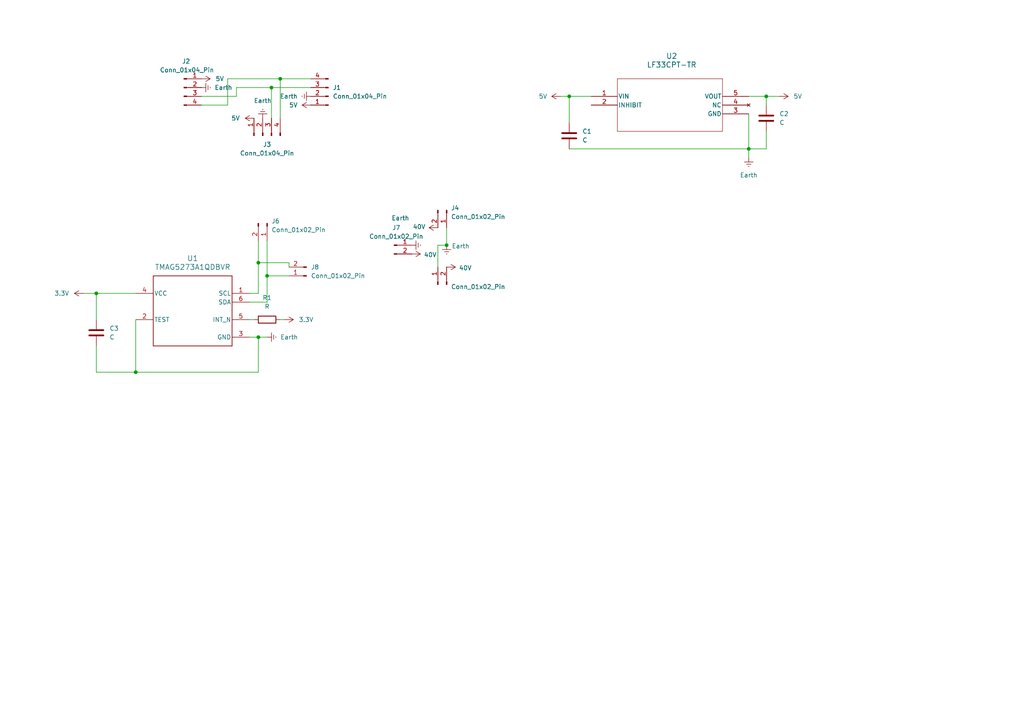
<source format=kicad_sch>
(kicad_sch
	(version 20231120)
	(generator "eeschema")
	(generator_version "8.0")
	(uuid "9cc32ca5-6e05-497e-83d8-178226cbd584")
	(paper "A4")
	(lib_symbols
		(symbol "Connector:Conn_01x02_Pin"
			(pin_names
				(offset 1.016) hide)
			(exclude_from_sim no)
			(in_bom yes)
			(on_board yes)
			(property "Reference" "J"
				(at 0 2.54 0)
				(effects
					(font
						(size 1.27 1.27)
					)
				)
			)
			(property "Value" "Conn_01x02_Pin"
				(at 0 -5.08 0)
				(effects
					(font
						(size 1.27 1.27)
					)
				)
			)
			(property "Footprint" ""
				(at 0 0 0)
				(effects
					(font
						(size 1.27 1.27)
					)
					(hide yes)
				)
			)
			(property "Datasheet" "~"
				(at 0 0 0)
				(effects
					(font
						(size 1.27 1.27)
					)
					(hide yes)
				)
			)
			(property "Description" "Generic connector, single row, 01x02, script generated"
				(at 0 0 0)
				(effects
					(font
						(size 1.27 1.27)
					)
					(hide yes)
				)
			)
			(property "ki_locked" ""
				(at 0 0 0)
				(effects
					(font
						(size 1.27 1.27)
					)
				)
			)
			(property "ki_keywords" "connector"
				(at 0 0 0)
				(effects
					(font
						(size 1.27 1.27)
					)
					(hide yes)
				)
			)
			(property "ki_fp_filters" "Connector*:*_1x??_*"
				(at 0 0 0)
				(effects
					(font
						(size 1.27 1.27)
					)
					(hide yes)
				)
			)
			(symbol "Conn_01x02_Pin_1_1"
				(polyline
					(pts
						(xy 1.27 -2.54) (xy 0.8636 -2.54)
					)
					(stroke
						(width 0.1524)
						(type default)
					)
					(fill
						(type none)
					)
				)
				(polyline
					(pts
						(xy 1.27 0) (xy 0.8636 0)
					)
					(stroke
						(width 0.1524)
						(type default)
					)
					(fill
						(type none)
					)
				)
				(rectangle
					(start 0.8636 -2.413)
					(end 0 -2.667)
					(stroke
						(width 0.1524)
						(type default)
					)
					(fill
						(type outline)
					)
				)
				(rectangle
					(start 0.8636 0.127)
					(end 0 -0.127)
					(stroke
						(width 0.1524)
						(type default)
					)
					(fill
						(type outline)
					)
				)
				(pin passive line
					(at 5.08 0 180)
					(length 3.81)
					(name "Pin_1"
						(effects
							(font
								(size 1.27 1.27)
							)
						)
					)
					(number "1"
						(effects
							(font
								(size 1.27 1.27)
							)
						)
					)
				)
				(pin passive line
					(at 5.08 -2.54 180)
					(length 3.81)
					(name "Pin_2"
						(effects
							(font
								(size 1.27 1.27)
							)
						)
					)
					(number "2"
						(effects
							(font
								(size 1.27 1.27)
							)
						)
					)
				)
			)
		)
		(symbol "Connector:Conn_01x04_Pin"
			(pin_names
				(offset 1.016) hide)
			(exclude_from_sim no)
			(in_bom yes)
			(on_board yes)
			(property "Reference" "J"
				(at 0 5.08 0)
				(effects
					(font
						(size 1.27 1.27)
					)
				)
			)
			(property "Value" "Conn_01x04_Pin"
				(at 0 -7.62 0)
				(effects
					(font
						(size 1.27 1.27)
					)
				)
			)
			(property "Footprint" ""
				(at 0 0 0)
				(effects
					(font
						(size 1.27 1.27)
					)
					(hide yes)
				)
			)
			(property "Datasheet" "~"
				(at 0 0 0)
				(effects
					(font
						(size 1.27 1.27)
					)
					(hide yes)
				)
			)
			(property "Description" "Generic connector, single row, 01x04, script generated"
				(at 0 0 0)
				(effects
					(font
						(size 1.27 1.27)
					)
					(hide yes)
				)
			)
			(property "ki_locked" ""
				(at 0 0 0)
				(effects
					(font
						(size 1.27 1.27)
					)
				)
			)
			(property "ki_keywords" "connector"
				(at 0 0 0)
				(effects
					(font
						(size 1.27 1.27)
					)
					(hide yes)
				)
			)
			(property "ki_fp_filters" "Connector*:*_1x??_*"
				(at 0 0 0)
				(effects
					(font
						(size 1.27 1.27)
					)
					(hide yes)
				)
			)
			(symbol "Conn_01x04_Pin_1_1"
				(polyline
					(pts
						(xy 1.27 -5.08) (xy 0.8636 -5.08)
					)
					(stroke
						(width 0.1524)
						(type default)
					)
					(fill
						(type none)
					)
				)
				(polyline
					(pts
						(xy 1.27 -2.54) (xy 0.8636 -2.54)
					)
					(stroke
						(width 0.1524)
						(type default)
					)
					(fill
						(type none)
					)
				)
				(polyline
					(pts
						(xy 1.27 0) (xy 0.8636 0)
					)
					(stroke
						(width 0.1524)
						(type default)
					)
					(fill
						(type none)
					)
				)
				(polyline
					(pts
						(xy 1.27 2.54) (xy 0.8636 2.54)
					)
					(stroke
						(width 0.1524)
						(type default)
					)
					(fill
						(type none)
					)
				)
				(rectangle
					(start 0.8636 -4.953)
					(end 0 -5.207)
					(stroke
						(width 0.1524)
						(type default)
					)
					(fill
						(type outline)
					)
				)
				(rectangle
					(start 0.8636 -2.413)
					(end 0 -2.667)
					(stroke
						(width 0.1524)
						(type default)
					)
					(fill
						(type outline)
					)
				)
				(rectangle
					(start 0.8636 0.127)
					(end 0 -0.127)
					(stroke
						(width 0.1524)
						(type default)
					)
					(fill
						(type outline)
					)
				)
				(rectangle
					(start 0.8636 2.667)
					(end 0 2.413)
					(stroke
						(width 0.1524)
						(type default)
					)
					(fill
						(type outline)
					)
				)
				(pin passive line
					(at 5.08 2.54 180)
					(length 3.81)
					(name "Pin_1"
						(effects
							(font
								(size 1.27 1.27)
							)
						)
					)
					(number "1"
						(effects
							(font
								(size 1.27 1.27)
							)
						)
					)
				)
				(pin passive line
					(at 5.08 0 180)
					(length 3.81)
					(name "Pin_2"
						(effects
							(font
								(size 1.27 1.27)
							)
						)
					)
					(number "2"
						(effects
							(font
								(size 1.27 1.27)
							)
						)
					)
				)
				(pin passive line
					(at 5.08 -2.54 180)
					(length 3.81)
					(name "Pin_3"
						(effects
							(font
								(size 1.27 1.27)
							)
						)
					)
					(number "3"
						(effects
							(font
								(size 1.27 1.27)
							)
						)
					)
				)
				(pin passive line
					(at 5.08 -5.08 180)
					(length 3.81)
					(name "Pin_4"
						(effects
							(font
								(size 1.27 1.27)
							)
						)
					)
					(number "4"
						(effects
							(font
								(size 1.27 1.27)
							)
						)
					)
				)
			)
		)
		(symbol "Device:C"
			(pin_numbers hide)
			(pin_names
				(offset 0.254)
			)
			(exclude_from_sim no)
			(in_bom yes)
			(on_board yes)
			(property "Reference" "C"
				(at 0.635 2.54 0)
				(effects
					(font
						(size 1.27 1.27)
					)
					(justify left)
				)
			)
			(property "Value" "C"
				(at 0.635 -2.54 0)
				(effects
					(font
						(size 1.27 1.27)
					)
					(justify left)
				)
			)
			(property "Footprint" ""
				(at 0.9652 -3.81 0)
				(effects
					(font
						(size 1.27 1.27)
					)
					(hide yes)
				)
			)
			(property "Datasheet" "~"
				(at 0 0 0)
				(effects
					(font
						(size 1.27 1.27)
					)
					(hide yes)
				)
			)
			(property "Description" "Unpolarized capacitor"
				(at 0 0 0)
				(effects
					(font
						(size 1.27 1.27)
					)
					(hide yes)
				)
			)
			(property "ki_keywords" "cap capacitor"
				(at 0 0 0)
				(effects
					(font
						(size 1.27 1.27)
					)
					(hide yes)
				)
			)
			(property "ki_fp_filters" "C_*"
				(at 0 0 0)
				(effects
					(font
						(size 1.27 1.27)
					)
					(hide yes)
				)
			)
			(symbol "C_0_1"
				(polyline
					(pts
						(xy -2.032 -0.762) (xy 2.032 -0.762)
					)
					(stroke
						(width 0.508)
						(type default)
					)
					(fill
						(type none)
					)
				)
				(polyline
					(pts
						(xy -2.032 0.762) (xy 2.032 0.762)
					)
					(stroke
						(width 0.508)
						(type default)
					)
					(fill
						(type none)
					)
				)
			)
			(symbol "C_1_1"
				(pin passive line
					(at 0 3.81 270)
					(length 2.794)
					(name "~"
						(effects
							(font
								(size 1.27 1.27)
							)
						)
					)
					(number "1"
						(effects
							(font
								(size 1.27 1.27)
							)
						)
					)
				)
				(pin passive line
					(at 0 -3.81 90)
					(length 2.794)
					(name "~"
						(effects
							(font
								(size 1.27 1.27)
							)
						)
					)
					(number "2"
						(effects
							(font
								(size 1.27 1.27)
							)
						)
					)
				)
			)
		)
		(symbol "Device:R"
			(pin_numbers hide)
			(pin_names
				(offset 0)
			)
			(exclude_from_sim no)
			(in_bom yes)
			(on_board yes)
			(property "Reference" "R"
				(at 2.032 0 90)
				(effects
					(font
						(size 1.27 1.27)
					)
				)
			)
			(property "Value" "R"
				(at 0 0 90)
				(effects
					(font
						(size 1.27 1.27)
					)
				)
			)
			(property "Footprint" ""
				(at -1.778 0 90)
				(effects
					(font
						(size 1.27 1.27)
					)
					(hide yes)
				)
			)
			(property "Datasheet" "~"
				(at 0 0 0)
				(effects
					(font
						(size 1.27 1.27)
					)
					(hide yes)
				)
			)
			(property "Description" "Resistor"
				(at 0 0 0)
				(effects
					(font
						(size 1.27 1.27)
					)
					(hide yes)
				)
			)
			(property "ki_keywords" "R res resistor"
				(at 0 0 0)
				(effects
					(font
						(size 1.27 1.27)
					)
					(hide yes)
				)
			)
			(property "ki_fp_filters" "R_*"
				(at 0 0 0)
				(effects
					(font
						(size 1.27 1.27)
					)
					(hide yes)
				)
			)
			(symbol "R_0_1"
				(rectangle
					(start -1.016 -2.54)
					(end 1.016 2.54)
					(stroke
						(width 0.254)
						(type default)
					)
					(fill
						(type none)
					)
				)
			)
			(symbol "R_1_1"
				(pin passive line
					(at 0 3.81 270)
					(length 1.27)
					(name "~"
						(effects
							(font
								(size 1.27 1.27)
							)
						)
					)
					(number "1"
						(effects
							(font
								(size 1.27 1.27)
							)
						)
					)
				)
				(pin passive line
					(at 0 -3.81 90)
					(length 1.27)
					(name "~"
						(effects
							(font
								(size 1.27 1.27)
							)
						)
					)
					(number "2"
						(effects
							(font
								(size 1.27 1.27)
							)
						)
					)
				)
			)
		)
		(symbol "LF33CPT-TR:LF33CPT-TR"
			(pin_names
				(offset 0.254)
			)
			(exclude_from_sim no)
			(in_bom yes)
			(on_board yes)
			(property "Reference" "U"
				(at 22.86 10.16 0)
				(effects
					(font
						(size 1.524 1.524)
					)
				)
			)
			(property "Value" "LF33CPT-TR"
				(at 22.86 7.62 0)
				(effects
					(font
						(size 1.524 1.524)
					)
				)
			)
			(property "Footprint" "PPAK_CPT-TR_STM"
				(at 0 0 0)
				(effects
					(font
						(size 1.27 1.27)
						(italic yes)
					)
					(hide yes)
				)
			)
			(property "Datasheet" "LF33CPT-TR"
				(at 0 0 0)
				(effects
					(font
						(size 1.27 1.27)
						(italic yes)
					)
					(hide yes)
				)
			)
			(property "Description" ""
				(at 0 0 0)
				(effects
					(font
						(size 1.27 1.27)
					)
					(hide yes)
				)
			)
			(property "ki_locked" ""
				(at 0 0 0)
				(effects
					(font
						(size 1.27 1.27)
					)
				)
			)
			(property "ki_keywords" "LF33CPT-TR"
				(at 0 0 0)
				(effects
					(font
						(size 1.27 1.27)
					)
					(hide yes)
				)
			)
			(property "ki_fp_filters" "PPAK_CPT-TR_STM PPAK_CPT-TR_STM-M PPAK_CPT-TR_STM-L"
				(at 0 0 0)
				(effects
					(font
						(size 1.27 1.27)
					)
					(hide yes)
				)
			)
			(symbol "LF33CPT-TR_0_1"
				(polyline
					(pts
						(xy 7.62 -10.16) (xy 38.1 -10.16)
					)
					(stroke
						(width 0.127)
						(type default)
					)
					(fill
						(type none)
					)
				)
				(polyline
					(pts
						(xy 7.62 5.08) (xy 7.62 -10.16)
					)
					(stroke
						(width 0.127)
						(type default)
					)
					(fill
						(type none)
					)
				)
				(polyline
					(pts
						(xy 38.1 -10.16) (xy 38.1 5.08)
					)
					(stroke
						(width 0.127)
						(type default)
					)
					(fill
						(type none)
					)
				)
				(polyline
					(pts
						(xy 38.1 5.08) (xy 7.62 5.08)
					)
					(stroke
						(width 0.127)
						(type default)
					)
					(fill
						(type none)
					)
				)
				(pin unspecified line
					(at 0 0 0)
					(length 7.62)
					(name "VIN"
						(effects
							(font
								(size 1.27 1.27)
							)
						)
					)
					(number "1"
						(effects
							(font
								(size 1.27 1.27)
							)
						)
					)
				)
				(pin input line
					(at 0 -2.54 0)
					(length 7.62)
					(name "INHIBIT"
						(effects
							(font
								(size 1.27 1.27)
							)
						)
					)
					(number "2"
						(effects
							(font
								(size 1.27 1.27)
							)
						)
					)
				)
				(pin power_out line
					(at 45.72 -5.08 180)
					(length 7.62)
					(name "GND"
						(effects
							(font
								(size 1.27 1.27)
							)
						)
					)
					(number "3"
						(effects
							(font
								(size 1.27 1.27)
							)
						)
					)
				)
				(pin no_connect line
					(at 45.72 -2.54 180)
					(length 7.62)
					(name "NC"
						(effects
							(font
								(size 1.27 1.27)
							)
						)
					)
					(number "4"
						(effects
							(font
								(size 1.27 1.27)
							)
						)
					)
				)
				(pin output line
					(at 45.72 0 180)
					(length 7.62)
					(name "VOUT"
						(effects
							(font
								(size 1.27 1.27)
							)
						)
					)
					(number "5"
						(effects
							(font
								(size 1.27 1.27)
							)
						)
					)
				)
			)
		)
		(symbol "TMAG:TMAG5273A1QDBVR"
			(pin_names
				(offset 0.254)
			)
			(exclude_from_sim no)
			(in_bom yes)
			(on_board yes)
			(property "Reference" "U"
				(at 0 2.54 0)
				(effects
					(font
						(size 1.524 1.524)
					)
				)
			)
			(property "Value" "TMAG5273A1QDBVR"
				(at 0 0 0)
				(effects
					(font
						(size 1.524 1.524)
					)
				)
			)
			(property "Footprint" "DBV0006A-IPC_A"
				(at 0 0 0)
				(effects
					(font
						(size 1.27 1.27)
						(italic yes)
					)
					(hide yes)
				)
			)
			(property "Datasheet" "TMAG5273A1QDBVR"
				(at 0 0 0)
				(effects
					(font
						(size 1.27 1.27)
						(italic yes)
					)
					(hide yes)
				)
			)
			(property "Description" ""
				(at 0 0 0)
				(effects
					(font
						(size 1.27 1.27)
					)
					(hide yes)
				)
			)
			(property "ki_locked" ""
				(at 0 0 0)
				(effects
					(font
						(size 1.27 1.27)
					)
				)
			)
			(property "ki_keywords" "TMAG5273A1QDBVR"
				(at 0 0 0)
				(effects
					(font
						(size 1.27 1.27)
					)
					(hide yes)
				)
			)
			(property "ki_fp_filters" "DBV0006A-IPC_A DBV0006A-IPC_B DBV0006A-IPC_C DBV0006A-MFG"
				(at 0 0 0)
				(effects
					(font
						(size 1.27 1.27)
					)
					(hide yes)
				)
			)
			(symbol "TMAG5273A1QDBVR_0_1"
				(polyline
					(pts
						(xy 5.08 -15.24) (xy 27.94 -15.24)
					)
					(stroke
						(width 0.2032)
						(type default)
					)
					(fill
						(type none)
					)
				)
				(polyline
					(pts
						(xy 5.08 5.08) (xy 5.08 -15.24)
					)
					(stroke
						(width 0.2032)
						(type default)
					)
					(fill
						(type none)
					)
				)
				(polyline
					(pts
						(xy 27.94 -15.24) (xy 27.94 5.08)
					)
					(stroke
						(width 0.2032)
						(type default)
					)
					(fill
						(type none)
					)
				)
				(polyline
					(pts
						(xy 27.94 5.08) (xy 5.08 5.08)
					)
					(stroke
						(width 0.2032)
						(type default)
					)
					(fill
						(type none)
					)
				)
				(pin input line
					(at 33.02 0 180)
					(length 5.08)
					(name "SCL"
						(effects
							(font
								(size 1.27 1.27)
							)
						)
					)
					(number "1"
						(effects
							(font
								(size 1.27 1.27)
							)
						)
					)
				)
				(pin input line
					(at 0 -7.62 0)
					(length 5.08)
					(name "TEST"
						(effects
							(font
								(size 1.27 1.27)
							)
						)
					)
					(number "2"
						(effects
							(font
								(size 1.27 1.27)
							)
						)
					)
				)
				(pin power_in line
					(at 33.02 -12.7 180)
					(length 5.08)
					(name "GND"
						(effects
							(font
								(size 1.27 1.27)
							)
						)
					)
					(number "3"
						(effects
							(font
								(size 1.27 1.27)
							)
						)
					)
				)
				(pin power_in line
					(at 0 0 0)
					(length 5.08)
					(name "VCC"
						(effects
							(font
								(size 1.27 1.27)
							)
						)
					)
					(number "4"
						(effects
							(font
								(size 1.27 1.27)
							)
						)
					)
				)
				(pin output line
					(at 33.02 -7.62 180)
					(length 5.08)
					(name "INT_N"
						(effects
							(font
								(size 1.27 1.27)
							)
						)
					)
					(number "5"
						(effects
							(font
								(size 1.27 1.27)
							)
						)
					)
				)
				(pin bidirectional line
					(at 33.02 -2.54 180)
					(length 5.08)
					(name "SDA"
						(effects
							(font
								(size 1.27 1.27)
							)
						)
					)
					(number "6"
						(effects
							(font
								(size 1.27 1.27)
							)
						)
					)
				)
			)
		)
		(symbol "power:Earth"
			(power)
			(pin_numbers hide)
			(pin_names
				(offset 0) hide)
			(exclude_from_sim no)
			(in_bom yes)
			(on_board yes)
			(property "Reference" "#PWR"
				(at 0 -6.35 0)
				(effects
					(font
						(size 1.27 1.27)
					)
					(hide yes)
				)
			)
			(property "Value" "Earth"
				(at 0 -3.81 0)
				(effects
					(font
						(size 1.27 1.27)
					)
				)
			)
			(property "Footprint" ""
				(at 0 0 0)
				(effects
					(font
						(size 1.27 1.27)
					)
					(hide yes)
				)
			)
			(property "Datasheet" "~"
				(at 0 0 0)
				(effects
					(font
						(size 1.27 1.27)
					)
					(hide yes)
				)
			)
			(property "Description" "Power symbol creates a global label with name \"Earth\""
				(at 0 0 0)
				(effects
					(font
						(size 1.27 1.27)
					)
					(hide yes)
				)
			)
			(property "ki_keywords" "global ground gnd"
				(at 0 0 0)
				(effects
					(font
						(size 1.27 1.27)
					)
					(hide yes)
				)
			)
			(symbol "Earth_0_1"
				(polyline
					(pts
						(xy -0.635 -1.905) (xy 0.635 -1.905)
					)
					(stroke
						(width 0)
						(type default)
					)
					(fill
						(type none)
					)
				)
				(polyline
					(pts
						(xy -0.127 -2.54) (xy 0.127 -2.54)
					)
					(stroke
						(width 0)
						(type default)
					)
					(fill
						(type none)
					)
				)
				(polyline
					(pts
						(xy 0 -1.27) (xy 0 0)
					)
					(stroke
						(width 0)
						(type default)
					)
					(fill
						(type none)
					)
				)
				(polyline
					(pts
						(xy 1.27 -1.27) (xy -1.27 -1.27)
					)
					(stroke
						(width 0)
						(type default)
					)
					(fill
						(type none)
					)
				)
			)
			(symbol "Earth_1_1"
				(pin power_in line
					(at 0 0 270)
					(length 0)
					(name "~"
						(effects
							(font
								(size 1.27 1.27)
							)
						)
					)
					(number "1"
						(effects
							(font
								(size 1.27 1.27)
							)
						)
					)
				)
			)
		)
		(symbol "power:VCC"
			(power)
			(pin_numbers hide)
			(pin_names
				(offset 0) hide)
			(exclude_from_sim no)
			(in_bom yes)
			(on_board yes)
			(property "Reference" "#PWR"
				(at 0 -3.81 0)
				(effects
					(font
						(size 1.27 1.27)
					)
					(hide yes)
				)
			)
			(property "Value" "VCC"
				(at 0 3.556 0)
				(effects
					(font
						(size 1.27 1.27)
					)
				)
			)
			(property "Footprint" ""
				(at 0 0 0)
				(effects
					(font
						(size 1.27 1.27)
					)
					(hide yes)
				)
			)
			(property "Datasheet" ""
				(at 0 0 0)
				(effects
					(font
						(size 1.27 1.27)
					)
					(hide yes)
				)
			)
			(property "Description" "Power symbol creates a global label with name \"VCC\""
				(at 0 0 0)
				(effects
					(font
						(size 1.27 1.27)
					)
					(hide yes)
				)
			)
			(property "ki_keywords" "global power"
				(at 0 0 0)
				(effects
					(font
						(size 1.27 1.27)
					)
					(hide yes)
				)
			)
			(symbol "VCC_0_1"
				(polyline
					(pts
						(xy -0.762 1.27) (xy 0 2.54)
					)
					(stroke
						(width 0)
						(type default)
					)
					(fill
						(type none)
					)
				)
				(polyline
					(pts
						(xy 0 0) (xy 0 2.54)
					)
					(stroke
						(width 0)
						(type default)
					)
					(fill
						(type none)
					)
				)
				(polyline
					(pts
						(xy 0 2.54) (xy 0.762 1.27)
					)
					(stroke
						(width 0)
						(type default)
					)
					(fill
						(type none)
					)
				)
			)
			(symbol "VCC_1_1"
				(pin power_in line
					(at 0 0 90)
					(length 0)
					(name "~"
						(effects
							(font
								(size 1.27 1.27)
							)
						)
					)
					(number "1"
						(effects
							(font
								(size 1.27 1.27)
							)
						)
					)
				)
			)
		)
	)
	(junction
		(at 77.47 80.01)
		(diameter 0)
		(color 0 0 0 0)
		(uuid "07b52dff-8047-4e77-a5c4-25ddf8351289")
	)
	(junction
		(at 217.17 43.18)
		(diameter 0)
		(color 0 0 0 0)
		(uuid "22e4c678-073f-4089-a1f4-15bdc750d920")
	)
	(junction
		(at 39.37 107.95)
		(diameter 0)
		(color 0 0 0 0)
		(uuid "6c197e79-3ade-49eb-b3d9-833171ed836d")
	)
	(junction
		(at 74.93 76.2)
		(diameter 0)
		(color 0 0 0 0)
		(uuid "702c582b-2706-4ccc-ab3b-69592964f1b6")
	)
	(junction
		(at 222.25 27.94)
		(diameter 0)
		(color 0 0 0 0)
		(uuid "71f00743-cfac-4948-afdf-11c5efe290b6")
	)
	(junction
		(at 129.54 71.12)
		(diameter 0)
		(color 0 0 0 0)
		(uuid "8a90427f-ad23-4d77-a899-003c9edc63f7")
	)
	(junction
		(at 78.74 25.4)
		(diameter 0)
		(color 0 0 0 0)
		(uuid "95af2198-4b8e-4143-af09-e2700dd6697e")
	)
	(junction
		(at 165.1 27.94)
		(diameter 0)
		(color 0 0 0 0)
		(uuid "99eb2c5c-876c-4d43-bcf2-ff050fee81e6")
	)
	(junction
		(at 74.93 97.79)
		(diameter 0)
		(color 0 0 0 0)
		(uuid "d4c9ffe5-6e22-46b9-a4bf-7c668164fe36")
	)
	(junction
		(at 27.94 85.09)
		(diameter 0)
		(color 0 0 0 0)
		(uuid "ef40bb0e-8499-4f36-9037-85f7c3d0b58e")
	)
	(junction
		(at 81.28 22.86)
		(diameter 0)
		(color 0 0 0 0)
		(uuid "f90667e1-95c8-40b4-972b-ce7a89df159c")
	)
	(wire
		(pts
			(xy 74.93 97.79) (xy 77.47 97.79)
		)
		(stroke
			(width 0)
			(type default)
		)
		(uuid "0ec83d56-e73d-4706-a6ee-119b6575fd1e")
	)
	(wire
		(pts
			(xy 222.25 38.1) (xy 222.25 43.18)
		)
		(stroke
			(width 0)
			(type default)
		)
		(uuid "11a5e4dc-8be0-434a-933a-d8c4536ebd0c")
	)
	(wire
		(pts
			(xy 27.94 100.33) (xy 27.94 107.95)
		)
		(stroke
			(width 0)
			(type default)
		)
		(uuid "1df23a81-647f-42b3-b192-2ad4766705ae")
	)
	(wire
		(pts
			(xy 222.25 43.18) (xy 217.17 43.18)
		)
		(stroke
			(width 0)
			(type default)
		)
		(uuid "1e89b72f-4067-41ae-9550-9b7fd1d3d4d2")
	)
	(wire
		(pts
			(xy 27.94 107.95) (xy 39.37 107.95)
		)
		(stroke
			(width 0)
			(type default)
		)
		(uuid "20a67a47-2dfe-4321-b768-a82a42e415f8")
	)
	(wire
		(pts
			(xy 162.56 27.94) (xy 165.1 27.94)
		)
		(stroke
			(width 0)
			(type default)
		)
		(uuid "26660b1b-ff4c-4362-8954-5c2eb3f81852")
	)
	(wire
		(pts
			(xy 74.93 69.85) (xy 74.93 76.2)
		)
		(stroke
			(width 0)
			(type default)
		)
		(uuid "29a5856c-e302-4e29-8652-7a48484e149c")
	)
	(wire
		(pts
			(xy 81.28 22.86) (xy 90.17 22.86)
		)
		(stroke
			(width 0)
			(type default)
		)
		(uuid "2b27d77d-ae00-47a9-b0a5-7c01a2b22dab")
	)
	(wire
		(pts
			(xy 66.04 22.86) (xy 81.28 22.86)
		)
		(stroke
			(width 0)
			(type default)
		)
		(uuid "348ec8d5-21a9-49f5-a604-62e626c10b7c")
	)
	(wire
		(pts
			(xy 74.93 76.2) (xy 83.82 76.2)
		)
		(stroke
			(width 0)
			(type default)
		)
		(uuid "3a8ed810-2fe5-477e-b94f-0fe11e567610")
	)
	(wire
		(pts
			(xy 217.17 43.18) (xy 217.17 45.72)
		)
		(stroke
			(width 0)
			(type default)
		)
		(uuid "402dfad3-bc9f-446b-a269-0de702c1a4ba")
	)
	(wire
		(pts
			(xy 217.17 27.94) (xy 222.25 27.94)
		)
		(stroke
			(width 0)
			(type default)
		)
		(uuid "4341bbca-1407-458d-8186-8a5ddd5a9e17")
	)
	(wire
		(pts
			(xy 72.39 85.09) (xy 74.93 85.09)
		)
		(stroke
			(width 0)
			(type default)
		)
		(uuid "439f03d3-1ea1-4692-953a-a9a57fa2c820")
	)
	(wire
		(pts
			(xy 81.28 92.71) (xy 82.55 92.71)
		)
		(stroke
			(width 0)
			(type default)
		)
		(uuid "441bba61-e9fc-46a7-9374-efd8d0ebafb1")
	)
	(wire
		(pts
			(xy 27.94 85.09) (xy 39.37 85.09)
		)
		(stroke
			(width 0)
			(type default)
		)
		(uuid "464e889a-93c8-4eb1-b22d-17083ec77db8")
	)
	(wire
		(pts
			(xy 165.1 43.18) (xy 217.17 43.18)
		)
		(stroke
			(width 0)
			(type default)
		)
		(uuid "4e78adf4-a625-4415-a663-ea5235d857b8")
	)
	(wire
		(pts
			(xy 72.39 87.63) (xy 77.47 87.63)
		)
		(stroke
			(width 0)
			(type default)
		)
		(uuid "501d082a-aabe-47a3-b434-256b92dec7c3")
	)
	(wire
		(pts
			(xy 81.28 22.86) (xy 81.28 34.29)
		)
		(stroke
			(width 0)
			(type default)
		)
		(uuid "5b1274a8-88f4-4af8-90f2-dfeb65271365")
	)
	(wire
		(pts
			(xy 68.58 27.94) (xy 68.58 25.4)
		)
		(stroke
			(width 0)
			(type default)
		)
		(uuid "66828aa3-1639-42ae-bf70-987d6aa30f38")
	)
	(wire
		(pts
			(xy 39.37 92.71) (xy 39.37 107.95)
		)
		(stroke
			(width 0)
			(type default)
		)
		(uuid "695bba29-13c7-430c-a378-e071b9b60e36")
	)
	(wire
		(pts
			(xy 74.93 76.2) (xy 74.93 85.09)
		)
		(stroke
			(width 0)
			(type default)
		)
		(uuid "6ebe954f-0ef9-4a31-b1dd-fbe966ea1d70")
	)
	(wire
		(pts
			(xy 27.94 85.09) (xy 27.94 92.71)
		)
		(stroke
			(width 0)
			(type default)
		)
		(uuid "7236d638-75aa-424a-aca8-95a8b1480090")
	)
	(wire
		(pts
			(xy 222.25 30.48) (xy 222.25 27.94)
		)
		(stroke
			(width 0)
			(type default)
		)
		(uuid "7a44dd5d-4601-40d5-9780-85436b1d8170")
	)
	(wire
		(pts
			(xy 77.47 69.85) (xy 77.47 80.01)
		)
		(stroke
			(width 0)
			(type default)
		)
		(uuid "7d915bbc-ae3c-4fbd-ab0e-4af1f51c5fec")
	)
	(wire
		(pts
			(xy 127 71.12) (xy 129.54 71.12)
		)
		(stroke
			(width 0)
			(type default)
		)
		(uuid "7e601178-2997-4b89-8282-320d8d4dfe03")
	)
	(wire
		(pts
			(xy 83.82 76.2) (xy 83.82 77.47)
		)
		(stroke
			(width 0)
			(type default)
		)
		(uuid "8869b275-9e03-4de3-92a2-aee72bc51754")
	)
	(wire
		(pts
			(xy 127 77.47) (xy 127 71.12)
		)
		(stroke
			(width 0)
			(type default)
		)
		(uuid "8a87052c-2ec8-4b7c-88ec-ab11d944159a")
	)
	(wire
		(pts
			(xy 77.47 80.01) (xy 77.47 87.63)
		)
		(stroke
			(width 0)
			(type default)
		)
		(uuid "95f88489-fc28-4350-8de9-f758e944af9b")
	)
	(wire
		(pts
			(xy 217.17 33.02) (xy 217.17 43.18)
		)
		(stroke
			(width 0)
			(type default)
		)
		(uuid "a48c8428-0792-4f8b-887c-5b2c5aa8947c")
	)
	(wire
		(pts
			(xy 66.04 22.86) (xy 66.04 30.48)
		)
		(stroke
			(width 0)
			(type default)
		)
		(uuid "a739957e-ce8e-46c0-9462-ba1a94f631b4")
	)
	(wire
		(pts
			(xy 74.93 107.95) (xy 74.93 97.79)
		)
		(stroke
			(width 0)
			(type default)
		)
		(uuid "b011d635-5ea8-4e43-be8a-86c2eb41b62d")
	)
	(wire
		(pts
			(xy 165.1 27.94) (xy 171.45 27.94)
		)
		(stroke
			(width 0)
			(type default)
		)
		(uuid "c62a51aa-17b4-4c9f-a19e-927d9cf1fee8")
	)
	(wire
		(pts
			(xy 72.39 92.71) (xy 73.66 92.71)
		)
		(stroke
			(width 0)
			(type default)
		)
		(uuid "cda831ec-e703-4370-befd-812511a1cef1")
	)
	(wire
		(pts
			(xy 66.04 30.48) (xy 58.42 30.48)
		)
		(stroke
			(width 0)
			(type default)
		)
		(uuid "d7290d40-296b-4eb8-9962-df0ab0870d33")
	)
	(wire
		(pts
			(xy 68.58 25.4) (xy 78.74 25.4)
		)
		(stroke
			(width 0)
			(type default)
		)
		(uuid "dcc50667-ec86-4f6c-a6af-1cfe04a0b780")
	)
	(wire
		(pts
			(xy 74.93 97.79) (xy 72.39 97.79)
		)
		(stroke
			(width 0)
			(type default)
		)
		(uuid "dd63cef4-32d7-4419-8aff-7406f2b6c7eb")
	)
	(wire
		(pts
			(xy 78.74 25.4) (xy 78.74 34.29)
		)
		(stroke
			(width 0)
			(type default)
		)
		(uuid "dfb9222b-0ad8-4e32-b9a5-16ae908d999d")
	)
	(wire
		(pts
			(xy 129.54 71.12) (xy 129.54 66.04)
		)
		(stroke
			(width 0)
			(type default)
		)
		(uuid "e0b7daad-a709-4b2d-b077-bf5f35a4238a")
	)
	(wire
		(pts
			(xy 78.74 25.4) (xy 90.17 25.4)
		)
		(stroke
			(width 0)
			(type default)
		)
		(uuid "e7a7a235-beca-4cef-b8af-5c889312fc19")
	)
	(wire
		(pts
			(xy 24.13 85.09) (xy 27.94 85.09)
		)
		(stroke
			(width 0)
			(type default)
		)
		(uuid "e8a377d4-d269-4ee9-b31c-4d6a3d3b8790")
	)
	(wire
		(pts
			(xy 58.42 27.94) (xy 68.58 27.94)
		)
		(stroke
			(width 0)
			(type default)
		)
		(uuid "eb5fd769-86a9-4c76-87b0-77df0454dd54")
	)
	(wire
		(pts
			(xy 222.25 27.94) (xy 226.06 27.94)
		)
		(stroke
			(width 0)
			(type default)
		)
		(uuid "edc438fc-5c5b-44bf-85d7-0a00f534c547")
	)
	(wire
		(pts
			(xy 39.37 107.95) (xy 74.93 107.95)
		)
		(stroke
			(width 0)
			(type default)
		)
		(uuid "f3049386-e472-4093-ac42-ce59e89594fe")
	)
	(wire
		(pts
			(xy 165.1 27.94) (xy 165.1 35.56)
		)
		(stroke
			(width 0)
			(type default)
		)
		(uuid "f465bb23-e5fd-4d40-a57c-f1107e4fa8a7")
	)
	(wire
		(pts
			(xy 77.47 80.01) (xy 83.82 80.01)
		)
		(stroke
			(width 0)
			(type default)
		)
		(uuid "f6c05b08-47e3-4d46-b8cf-d112ad33268b")
	)
	(symbol
		(lib_id "Connector:Conn_01x02_Pin")
		(at 77.47 64.77 270)
		(unit 1)
		(exclude_from_sim no)
		(in_bom yes)
		(on_board yes)
		(dnp no)
		(fields_autoplaced yes)
		(uuid "0a0ade75-af03-4283-9704-bb9e3ca9d590")
		(property "Reference" "J6"
			(at 78.74 64.1349 90)
			(effects
				(font
					(size 1.27 1.27)
				)
				(justify left)
			)
		)
		(property "Value" "Conn_01x02_Pin"
			(at 78.74 66.6749 90)
			(effects
				(font
					(size 1.27 1.27)
				)
				(justify left)
			)
		)
		(property "Footprint" "Connector_Phoenix_MC:PhoenixContact_MC_1,5_2-G-3.5_1x02_P3.50mm_Horizontal"
			(at 77.47 64.77 0)
			(effects
				(font
					(size 1.27 1.27)
				)
				(hide yes)
			)
		)
		(property "Datasheet" "~"
			(at 77.47 64.77 0)
			(effects
				(font
					(size 1.27 1.27)
				)
				(hide yes)
			)
		)
		(property "Description" "Generic connector, single row, 01x02, script generated"
			(at 77.47 64.77 0)
			(effects
				(font
					(size 1.27 1.27)
				)
				(hide yes)
			)
		)
		(pin "2"
			(uuid "696cd64d-c8eb-4024-97de-f15cf384ecb1")
		)
		(pin "1"
			(uuid "03c81592-8570-447c-aa07-a43d3f43a9db")
		)
		(instances
			(project "Wheel Breakout Board"
				(path "/9cc32ca5-6e05-497e-83d8-178226cbd584"
					(reference "J6")
					(unit 1)
				)
			)
		)
	)
	(symbol
		(lib_id "Device:C")
		(at 222.25 34.29 0)
		(unit 1)
		(exclude_from_sim no)
		(in_bom yes)
		(on_board yes)
		(dnp no)
		(fields_autoplaced yes)
		(uuid "0a633ea7-a692-4452-93d6-b727e368deea")
		(property "Reference" "C2"
			(at 226.06 33.0199 0)
			(effects
				(font
					(size 1.27 1.27)
				)
				(justify left)
			)
		)
		(property "Value" "C"
			(at 226.06 35.5599 0)
			(effects
				(font
					(size 1.27 1.27)
				)
				(justify left)
			)
		)
		(property "Footprint" "Capacitor_SMD:C_0201_0603Metric"
			(at 223.2152 38.1 0)
			(effects
				(font
					(size 1.27 1.27)
				)
				(hide yes)
			)
		)
		(property "Datasheet" "~"
			(at 222.25 34.29 0)
			(effects
				(font
					(size 1.27 1.27)
				)
				(hide yes)
			)
		)
		(property "Description" "Unpolarized capacitor"
			(at 222.25 34.29 0)
			(effects
				(font
					(size 1.27 1.27)
				)
				(hide yes)
			)
		)
		(pin "2"
			(uuid "f4572320-2ba8-45a8-b895-e97ea3002c6e")
		)
		(pin "1"
			(uuid "2376d5bc-e757-47ab-bfbe-d084a77909ad")
		)
		(instances
			(project "Wheel Breakout Board"
				(path "/9cc32ca5-6e05-497e-83d8-178226cbd584"
					(reference "C2")
					(unit 1)
				)
			)
		)
	)
	(symbol
		(lib_id "Connector:Conn_01x04_Pin")
		(at 95.25 27.94 180)
		(unit 1)
		(exclude_from_sim no)
		(in_bom yes)
		(on_board yes)
		(dnp no)
		(fields_autoplaced yes)
		(uuid "0f68bfd7-0f22-473a-8bd5-82d8435bf1c4")
		(property "Reference" "J1"
			(at 96.52 25.3999 0)
			(effects
				(font
					(size 1.27 1.27)
				)
				(justify right)
			)
		)
		(property "Value" "Conn_01x04_Pin"
			(at 96.52 27.9399 0)
			(effects
				(font
					(size 1.27 1.27)
				)
				(justify right)
			)
		)
		(property "Footprint" "Connector_Phoenix_MC:PhoenixContact_MC_1,5_4-G-3.5_1x04_P3.50mm_Horizontal"
			(at 95.25 27.94 0)
			(effects
				(font
					(size 1.27 1.27)
				)
				(hide yes)
			)
		)
		(property "Datasheet" "~"
			(at 95.25 27.94 0)
			(effects
				(font
					(size 1.27 1.27)
				)
				(hide yes)
			)
		)
		(property "Description" "Generic connector, single row, 01x04, script generated"
			(at 95.25 27.94 0)
			(effects
				(font
					(size 1.27 1.27)
				)
				(hide yes)
			)
		)
		(pin "2"
			(uuid "c8222671-ca0a-4648-ad86-c282d96f80b4")
		)
		(pin "4"
			(uuid "6b9c4d46-b087-481a-b024-6b77b10f0786")
		)
		(pin "1"
			(uuid "0dc161c6-2404-46b4-9126-c4f60365fba3")
		)
		(pin "3"
			(uuid "b8c59ec2-c987-4c64-8095-3f806687bd75")
		)
		(instances
			(project "Wheel Breakout Board"
				(path "/9cc32ca5-6e05-497e-83d8-178226cbd584"
					(reference "J1")
					(unit 1)
				)
			)
		)
	)
	(symbol
		(lib_id "power:VCC")
		(at 162.56 27.94 90)
		(unit 1)
		(exclude_from_sim no)
		(in_bom yes)
		(on_board yes)
		(dnp no)
		(fields_autoplaced yes)
		(uuid "17db4dae-b637-408f-bb5d-992a9ef124ee")
		(property "Reference" "#PWR07"
			(at 166.37 27.94 0)
			(effects
				(font
					(size 1.27 1.27)
				)
				(hide yes)
			)
		)
		(property "Value" "5V"
			(at 158.75 27.9399 90)
			(effects
				(font
					(size 1.27 1.27)
				)
				(justify left)
			)
		)
		(property "Footprint" ""
			(at 162.56 27.94 0)
			(effects
				(font
					(size 1.27 1.27)
				)
				(hide yes)
			)
		)
		(property "Datasheet" ""
			(at 162.56 27.94 0)
			(effects
				(font
					(size 1.27 1.27)
				)
				(hide yes)
			)
		)
		(property "Description" "Power symbol creates a global label with name \"VCC\""
			(at 162.56 27.94 0)
			(effects
				(font
					(size 1.27 1.27)
				)
				(hide yes)
			)
		)
		(pin "1"
			(uuid "9ebd2e8f-f9eb-4290-9a2a-c9602de28ab3")
		)
		(instances
			(project "Wheel Breakout Board"
				(path "/9cc32ca5-6e05-497e-83d8-178226cbd584"
					(reference "#PWR07")
					(unit 1)
				)
			)
		)
	)
	(symbol
		(lib_id "power:VCC")
		(at 119.38 73.66 270)
		(unit 1)
		(exclude_from_sim no)
		(in_bom yes)
		(on_board yes)
		(dnp no)
		(uuid "1b0d5ba6-9501-43b3-9c43-7959ba4807a4")
		(property "Reference" "#PWR015"
			(at 115.57 73.66 0)
			(effects
				(font
					(size 1.27 1.27)
				)
				(hide yes)
			)
		)
		(property "Value" "40V"
			(at 122.936 73.914 90)
			(effects
				(font
					(size 1.27 1.27)
				)
				(justify left)
			)
		)
		(property "Footprint" ""
			(at 119.38 73.66 0)
			(effects
				(font
					(size 1.27 1.27)
				)
				(hide yes)
			)
		)
		(property "Datasheet" ""
			(at 119.38 73.66 0)
			(effects
				(font
					(size 1.27 1.27)
				)
				(hide yes)
			)
		)
		(property "Description" "Power symbol creates a global label with name \"VCC\""
			(at 119.38 73.66 0)
			(effects
				(font
					(size 1.27 1.27)
				)
				(hide yes)
			)
		)
		(pin "1"
			(uuid "18354ffb-1b96-4e35-914a-7c4a7cffdd34")
		)
		(instances
			(project "Wheel Breakout Board"
				(path "/9cc32ca5-6e05-497e-83d8-178226cbd584"
					(reference "#PWR015")
					(unit 1)
				)
			)
		)
	)
	(symbol
		(lib_id "power:VCC")
		(at 82.55 92.71 270)
		(unit 1)
		(exclude_from_sim no)
		(in_bom yes)
		(on_board yes)
		(dnp no)
		(uuid "1d4f7b10-4cf8-436c-a76a-2869f5bfa6e1")
		(property "Reference" "#PWR011"
			(at 78.74 92.71 0)
			(effects
				(font
					(size 1.27 1.27)
				)
				(hide yes)
			)
		)
		(property "Value" "3.3V"
			(at 86.614 92.71 90)
			(effects
				(font
					(size 1.27 1.27)
				)
				(justify left)
			)
		)
		(property "Footprint" ""
			(at 82.55 92.71 0)
			(effects
				(font
					(size 1.27 1.27)
				)
				(hide yes)
			)
		)
		(property "Datasheet" ""
			(at 82.55 92.71 0)
			(effects
				(font
					(size 1.27 1.27)
				)
				(hide yes)
			)
		)
		(property "Description" "Power symbol creates a global label with name \"VCC\""
			(at 82.55 92.71 0)
			(effects
				(font
					(size 1.27 1.27)
				)
				(hide yes)
			)
		)
		(pin "1"
			(uuid "455cd46b-60b9-41ca-8c95-69197d28f5cf")
		)
		(instances
			(project "Wheel Breakout Board"
				(path "/9cc32ca5-6e05-497e-83d8-178226cbd584"
					(reference "#PWR011")
					(unit 1)
				)
			)
		)
	)
	(symbol
		(lib_id "power:VCC")
		(at 73.66 34.29 90)
		(unit 1)
		(exclude_from_sim no)
		(in_bom yes)
		(on_board yes)
		(dnp no)
		(uuid "1d749f8c-de62-47a0-bd31-157d43a6c6f4")
		(property "Reference" "#PWR05"
			(at 77.47 34.29 0)
			(effects
				(font
					(size 1.27 1.27)
				)
				(hide yes)
			)
		)
		(property "Value" "5V"
			(at 69.596 34.29 90)
			(effects
				(font
					(size 1.27 1.27)
				)
				(justify left)
			)
		)
		(property "Footprint" ""
			(at 73.66 34.29 0)
			(effects
				(font
					(size 1.27 1.27)
				)
				(hide yes)
			)
		)
		(property "Datasheet" ""
			(at 73.66 34.29 0)
			(effects
				(font
					(size 1.27 1.27)
				)
				(hide yes)
			)
		)
		(property "Description" "Power symbol creates a global label with name \"VCC\""
			(at 73.66 34.29 0)
			(effects
				(font
					(size 1.27 1.27)
				)
				(hide yes)
			)
		)
		(pin "1"
			(uuid "581462e6-be7b-4814-821d-59293cc4dd08")
		)
		(instances
			(project "Wheel Breakout Board"
				(path "/9cc32ca5-6e05-497e-83d8-178226cbd584"
					(reference "#PWR05")
					(unit 1)
				)
			)
		)
	)
	(symbol
		(lib_id "Device:R")
		(at 77.47 92.71 90)
		(unit 1)
		(exclude_from_sim no)
		(in_bom yes)
		(on_board yes)
		(dnp no)
		(fields_autoplaced yes)
		(uuid "28db8eb9-8e1e-4f07-b5c7-d77e2a421198")
		(property "Reference" "R1"
			(at 77.47 86.36 90)
			(effects
				(font
					(size 1.27 1.27)
				)
			)
		)
		(property "Value" "R"
			(at 77.47 88.9 90)
			(effects
				(font
					(size 1.27 1.27)
				)
			)
		)
		(property "Footprint" "Resistor_SMD:R_0201_0603Metric"
			(at 77.47 94.488 90)
			(effects
				(font
					(size 1.27 1.27)
				)
				(hide yes)
			)
		)
		(property "Datasheet" "~"
			(at 77.47 92.71 0)
			(effects
				(font
					(size 1.27 1.27)
				)
				(hide yes)
			)
		)
		(property "Description" "Resistor"
			(at 77.47 92.71 0)
			(effects
				(font
					(size 1.27 1.27)
				)
				(hide yes)
			)
		)
		(pin "1"
			(uuid "b65bb879-e815-4709-a6ce-dc43f54b35cd")
		)
		(pin "2"
			(uuid "1ab8bc97-92b2-40b1-b787-8ba12f341746")
		)
		(instances
			(project "Wheel Breakout Board"
				(path "/9cc32ca5-6e05-497e-83d8-178226cbd584"
					(reference "R1")
					(unit 1)
				)
			)
		)
	)
	(symbol
		(lib_id "power:Earth")
		(at 58.42 25.4 90)
		(unit 1)
		(exclude_from_sim no)
		(in_bom yes)
		(on_board yes)
		(dnp no)
		(fields_autoplaced yes)
		(uuid "2b70b13c-bcc4-4741-a772-52086c4d8791")
		(property "Reference" "#PWR03"
			(at 64.77 25.4 0)
			(effects
				(font
					(size 1.27 1.27)
				)
				(hide yes)
			)
		)
		(property "Value" "Earth"
			(at 62.23 25.3999 90)
			(effects
				(font
					(size 1.27 1.27)
				)
				(justify right)
			)
		)
		(property "Footprint" ""
			(at 58.42 25.4 0)
			(effects
				(font
					(size 1.27 1.27)
				)
				(hide yes)
			)
		)
		(property "Datasheet" "~"
			(at 58.42 25.4 0)
			(effects
				(font
					(size 1.27 1.27)
				)
				(hide yes)
			)
		)
		(property "Description" "Power symbol creates a global label with name \"Earth\""
			(at 58.42 25.4 0)
			(effects
				(font
					(size 1.27 1.27)
				)
				(hide yes)
			)
		)
		(pin "1"
			(uuid "4cf81650-cb57-4597-9c86-b251041b53e5")
		)
		(instances
			(project "Wheel Breakout Board"
				(path "/9cc32ca5-6e05-497e-83d8-178226cbd584"
					(reference "#PWR03")
					(unit 1)
				)
			)
		)
	)
	(symbol
		(lib_id "Connector:Conn_01x02_Pin")
		(at 127 82.55 90)
		(unit 1)
		(exclude_from_sim no)
		(in_bom yes)
		(on_board yes)
		(dnp no)
		(fields_autoplaced yes)
		(uuid "37ed3c02-4019-4302-92d8-1172abd5baaa")
		(property "Reference" "J5"
			(at 130.81 80.6449 90)
			(effects
				(font
					(size 1.27 1.27)
				)
				(justify right)
				(hide yes)
			)
		)
		(property "Value" "Conn_01x02_Pin"
			(at 130.81 83.1849 90)
			(effects
				(font
					(size 1.27 1.27)
				)
				(justify right)
			)
		)
		(property "Footprint" "Connector_AMASS:AMASS_XT60PW-M_1x02_P7.20mm_Horizontal"
			(at 127 82.55 0)
			(effects
				(font
					(size 1.27 1.27)
				)
				(hide yes)
			)
		)
		(property "Datasheet" "~"
			(at 127 82.55 0)
			(effects
				(font
					(size 1.27 1.27)
				)
				(hide yes)
			)
		)
		(property "Description" "Generic connector, single row, 01x02, script generated"
			(at 127 82.55 0)
			(effects
				(font
					(size 1.27 1.27)
				)
				(hide yes)
			)
		)
		(pin "2"
			(uuid "1d9f133f-7ca3-4d45-a10f-f75420a9579d")
		)
		(pin "1"
			(uuid "2070757b-4275-4e03-97f7-10203c2dddff")
		)
		(instances
			(project "Wheel Breakout Board"
				(path "/9cc32ca5-6e05-497e-83d8-178226cbd584"
					(reference "J5")
					(unit 1)
				)
			)
		)
	)
	(symbol
		(lib_id "power:Earth")
		(at 76.2 34.29 180)
		(unit 1)
		(exclude_from_sim no)
		(in_bom yes)
		(on_board yes)
		(dnp no)
		(fields_autoplaced yes)
		(uuid "3a5cee02-520d-441b-8255-9b87bd71d836")
		(property "Reference" "#PWR06"
			(at 76.2 27.94 0)
			(effects
				(font
					(size 1.27 1.27)
				)
				(hide yes)
			)
		)
		(property "Value" "Earth"
			(at 76.2 29.21 0)
			(effects
				(font
					(size 1.27 1.27)
				)
			)
		)
		(property "Footprint" ""
			(at 76.2 34.29 0)
			(effects
				(font
					(size 1.27 1.27)
				)
				(hide yes)
			)
		)
		(property "Datasheet" "~"
			(at 76.2 34.29 0)
			(effects
				(font
					(size 1.27 1.27)
				)
				(hide yes)
			)
		)
		(property "Description" "Power symbol creates a global label with name \"Earth\""
			(at 76.2 34.29 0)
			(effects
				(font
					(size 1.27 1.27)
				)
				(hide yes)
			)
		)
		(pin "1"
			(uuid "6ba8b4ba-768a-4e48-b32d-ec757a511941")
		)
		(instances
			(project "Wheel Breakout Board"
				(path "/9cc32ca5-6e05-497e-83d8-178226cbd584"
					(reference "#PWR06")
					(unit 1)
				)
			)
		)
	)
	(symbol
		(lib_id "Device:C")
		(at 27.94 96.52 0)
		(unit 1)
		(exclude_from_sim no)
		(in_bom yes)
		(on_board yes)
		(dnp no)
		(fields_autoplaced yes)
		(uuid "3ec00e13-8496-4dba-944e-d1deaae57aa6")
		(property "Reference" "C3"
			(at 31.75 95.2499 0)
			(effects
				(font
					(size 1.27 1.27)
				)
				(justify left)
			)
		)
		(property "Value" "C"
			(at 31.75 97.7899 0)
			(effects
				(font
					(size 1.27 1.27)
				)
				(justify left)
			)
		)
		(property "Footprint" "Capacitor_SMD:C_0201_0603Metric"
			(at 28.9052 100.33 0)
			(effects
				(font
					(size 1.27 1.27)
				)
				(hide yes)
			)
		)
		(property "Datasheet" "~"
			(at 27.94 96.52 0)
			(effects
				(font
					(size 1.27 1.27)
				)
				(hide yes)
			)
		)
		(property "Description" "Unpolarized capacitor"
			(at 27.94 96.52 0)
			(effects
				(font
					(size 1.27 1.27)
				)
				(hide yes)
			)
		)
		(pin "2"
			(uuid "367b6e0a-e00c-4409-98b6-f9dae249c375")
		)
		(pin "1"
			(uuid "543f2972-f690-4383-a16b-bd839163ac66")
		)
		(instances
			(project "Wheel Breakout Board"
				(path "/9cc32ca5-6e05-497e-83d8-178226cbd584"
					(reference "C3")
					(unit 1)
				)
			)
		)
	)
	(symbol
		(lib_id "power:Earth")
		(at 119.38 71.12 90)
		(unit 1)
		(exclude_from_sim no)
		(in_bom yes)
		(on_board yes)
		(dnp no)
		(uuid "420afb91-f7ae-458e-b22e-85b25d16ee0c")
		(property "Reference" "#PWR014"
			(at 125.73 71.12 0)
			(effects
				(font
					(size 1.27 1.27)
				)
				(hide yes)
			)
		)
		(property "Value" "Earth"
			(at 113.538 63.246 90)
			(effects
				(font
					(size 1.27 1.27)
				)
				(justify right)
			)
		)
		(property "Footprint" ""
			(at 119.38 71.12 0)
			(effects
				(font
					(size 1.27 1.27)
				)
				(hide yes)
			)
		)
		(property "Datasheet" "~"
			(at 119.38 71.12 0)
			(effects
				(font
					(size 1.27 1.27)
				)
				(hide yes)
			)
		)
		(property "Description" "Power symbol creates a global label with name \"Earth\""
			(at 119.38 71.12 0)
			(effects
				(font
					(size 1.27 1.27)
				)
				(hide yes)
			)
		)
		(pin "1"
			(uuid "065542fc-1469-47a2-9c9c-ecb5c6e1ec42")
		)
		(instances
			(project "Wheel Breakout Board"
				(path "/9cc32ca5-6e05-497e-83d8-178226cbd584"
					(reference "#PWR014")
					(unit 1)
				)
			)
		)
	)
	(symbol
		(lib_id "power:VCC")
		(at 226.06 27.94 270)
		(unit 1)
		(exclude_from_sim no)
		(in_bom yes)
		(on_board yes)
		(dnp no)
		(uuid "4a694dd5-7ac7-4563-be99-8ec04efa052a")
		(property "Reference" "#PWR09"
			(at 222.25 27.94 0)
			(effects
				(font
					(size 1.27 1.27)
				)
				(hide yes)
			)
		)
		(property "Value" "5V"
			(at 230.124 27.94 90)
			(effects
				(font
					(size 1.27 1.27)
				)
				(justify left)
			)
		)
		(property "Footprint" ""
			(at 226.06 27.94 0)
			(effects
				(font
					(size 1.27 1.27)
				)
				(hide yes)
			)
		)
		(property "Datasheet" ""
			(at 226.06 27.94 0)
			(effects
				(font
					(size 1.27 1.27)
				)
				(hide yes)
			)
		)
		(property "Description" "Power symbol creates a global label with name \"VCC\""
			(at 226.06 27.94 0)
			(effects
				(font
					(size 1.27 1.27)
				)
				(hide yes)
			)
		)
		(pin "1"
			(uuid "b308d44d-37e7-480b-98b8-014c1204402e")
		)
		(instances
			(project "Wheel Breakout Board"
				(path "/9cc32ca5-6e05-497e-83d8-178226cbd584"
					(reference "#PWR09")
					(unit 1)
				)
			)
		)
	)
	(symbol
		(lib_id "Connector:Conn_01x02_Pin")
		(at 88.9 80.01 180)
		(unit 1)
		(exclude_from_sim no)
		(in_bom yes)
		(on_board yes)
		(dnp no)
		(fields_autoplaced yes)
		(uuid "54afa1b3-737c-4cd9-8540-c4a1155e8b6c")
		(property "Reference" "J8"
			(at 90.17 77.4699 0)
			(effects
				(font
					(size 1.27 1.27)
				)
				(justify right)
			)
		)
		(property "Value" "Conn_01x02_Pin"
			(at 90.17 80.0099 0)
			(effects
				(font
					(size 1.27 1.27)
				)
				(justify right)
			)
		)
		(property "Footprint" "Connector_Phoenix_MC:PhoenixContact_MC_1,5_2-G-3.5_1x02_P3.50mm_Horizontal"
			(at 88.9 80.01 0)
			(effects
				(font
					(size 1.27 1.27)
				)
				(hide yes)
			)
		)
		(property "Datasheet" "~"
			(at 88.9 80.01 0)
			(effects
				(font
					(size 1.27 1.27)
				)
				(hide yes)
			)
		)
		(property "Description" "Generic connector, single row, 01x02, script generated"
			(at 88.9 80.01 0)
			(effects
				(font
					(size 1.27 1.27)
				)
				(hide yes)
			)
		)
		(pin "2"
			(uuid "aceff86f-a9ec-40c1-943d-e9cc4e20fa06")
		)
		(pin "1"
			(uuid "4926a4c4-f01d-4074-a79e-72f7487cf61e")
		)
		(instances
			(project "Wheel Breakout Board"
				(path "/9cc32ca5-6e05-497e-83d8-178226cbd584"
					(reference "J8")
					(unit 1)
				)
			)
		)
	)
	(symbol
		(lib_id "power:VCC")
		(at 24.13 85.09 90)
		(unit 1)
		(exclude_from_sim no)
		(in_bom yes)
		(on_board yes)
		(dnp no)
		(uuid "6e23207c-2d76-4821-b2b9-d35dbff0fe3a")
		(property "Reference" "#PWR012"
			(at 27.94 85.09 0)
			(effects
				(font
					(size 1.27 1.27)
				)
				(hide yes)
			)
		)
		(property "Value" "3.3V"
			(at 20.066 85.09 90)
			(effects
				(font
					(size 1.27 1.27)
				)
				(justify left)
			)
		)
		(property "Footprint" ""
			(at 24.13 85.09 0)
			(effects
				(font
					(size 1.27 1.27)
				)
				(hide yes)
			)
		)
		(property "Datasheet" ""
			(at 24.13 85.09 0)
			(effects
				(font
					(size 1.27 1.27)
				)
				(hide yes)
			)
		)
		(property "Description" "Power symbol creates a global label with name \"VCC\""
			(at 24.13 85.09 0)
			(effects
				(font
					(size 1.27 1.27)
				)
				(hide yes)
			)
		)
		(pin "1"
			(uuid "202a7a69-6f5a-476c-9760-045adcbce555")
		)
		(instances
			(project "Wheel Breakout Board"
				(path "/9cc32ca5-6e05-497e-83d8-178226cbd584"
					(reference "#PWR012")
					(unit 1)
				)
			)
		)
	)
	(symbol
		(lib_id "Device:C")
		(at 165.1 39.37 0)
		(unit 1)
		(exclude_from_sim no)
		(in_bom yes)
		(on_board yes)
		(dnp no)
		(fields_autoplaced yes)
		(uuid "7abe1473-c29b-4e64-8418-fd0ada75bbd2")
		(property "Reference" "C1"
			(at 168.91 38.0999 0)
			(effects
				(font
					(size 1.27 1.27)
				)
				(justify left)
			)
		)
		(property "Value" "C"
			(at 168.91 40.6399 0)
			(effects
				(font
					(size 1.27 1.27)
				)
				(justify left)
			)
		)
		(property "Footprint" "Capacitor_SMD:C_0201_0603Metric"
			(at 166.0652 43.18 0)
			(effects
				(font
					(size 1.27 1.27)
				)
				(hide yes)
			)
		)
		(property "Datasheet" "~"
			(at 165.1 39.37 0)
			(effects
				(font
					(size 1.27 1.27)
				)
				(hide yes)
			)
		)
		(property "Description" "Unpolarized capacitor"
			(at 165.1 39.37 0)
			(effects
				(font
					(size 1.27 1.27)
				)
				(hide yes)
			)
		)
		(pin "2"
			(uuid "921e3581-2e25-4d30-af9f-060481d39aba")
		)
		(pin "1"
			(uuid "b2374959-018a-444a-9bf8-c93a49234aaf")
		)
		(instances
			(project "Wheel Breakout Board"
				(path "/9cc32ca5-6e05-497e-83d8-178226cbd584"
					(reference "C1")
					(unit 1)
				)
			)
		)
	)
	(symbol
		(lib_id "power:VCC")
		(at 129.54 77.47 270)
		(unit 1)
		(exclude_from_sim no)
		(in_bom yes)
		(on_board yes)
		(dnp no)
		(uuid "80abbd37-1103-4d8e-afd6-2ee47a42d719")
		(property "Reference" "#PWR016"
			(at 125.73 77.47 0)
			(effects
				(font
					(size 1.27 1.27)
				)
				(hide yes)
			)
		)
		(property "Value" "40V"
			(at 133.096 77.724 90)
			(effects
				(font
					(size 1.27 1.27)
				)
				(justify left)
			)
		)
		(property "Footprint" ""
			(at 129.54 77.47 0)
			(effects
				(font
					(size 1.27 1.27)
				)
				(hide yes)
			)
		)
		(property "Datasheet" ""
			(at 129.54 77.47 0)
			(effects
				(font
					(size 1.27 1.27)
				)
				(hide yes)
			)
		)
		(property "Description" "Power symbol creates a global label with name \"VCC\""
			(at 129.54 77.47 0)
			(effects
				(font
					(size 1.27 1.27)
				)
				(hide yes)
			)
		)
		(pin "1"
			(uuid "6be36a17-0071-4ab0-8c5f-9597a509c183")
		)
		(instances
			(project "Wheel Breakout Board"
				(path "/9cc32ca5-6e05-497e-83d8-178226cbd584"
					(reference "#PWR016")
					(unit 1)
				)
			)
		)
	)
	(symbol
		(lib_id "Connector:Conn_01x04_Pin")
		(at 53.34 25.4 0)
		(unit 1)
		(exclude_from_sim no)
		(in_bom yes)
		(on_board yes)
		(dnp no)
		(uuid "80ae4cf2-5d91-4d2d-ba82-3b307b9cc7c3")
		(property "Reference" "J2"
			(at 53.975 17.78 0)
			(effects
				(font
					(size 1.27 1.27)
				)
			)
		)
		(property "Value" "Conn_01x04_Pin"
			(at 54.229 20.3201 0)
			(effects
				(font
					(size 1.27 1.27)
				)
			)
		)
		(property "Footprint" "Connector_Phoenix_MC:PhoenixContact_MC_1,5_4-G-3.5_1x04_P3.50mm_Horizontal"
			(at 53.34 25.4 0)
			(effects
				(font
					(size 1.27 1.27)
				)
				(hide yes)
			)
		)
		(property "Datasheet" "~"
			(at 53.34 25.4 0)
			(effects
				(font
					(size 1.27 1.27)
				)
				(hide yes)
			)
		)
		(property "Description" "Generic connector, single row, 01x04, script generated"
			(at 53.34 25.4 0)
			(effects
				(font
					(size 1.27 1.27)
				)
				(hide yes)
			)
		)
		(pin "2"
			(uuid "a7c05fe5-bd3b-433e-b11c-05d76a55fd3a")
		)
		(pin "4"
			(uuid "35347531-81e1-4584-a8d5-d8584ecc28e9")
		)
		(pin "1"
			(uuid "6857c1a3-3dc2-4bd5-b3c6-8a499943a19e")
		)
		(pin "3"
			(uuid "fc0d0051-06c1-49f4-be9b-0978c6dd2ff1")
		)
		(instances
			(project "Wheel Breakout Board"
				(path "/9cc32ca5-6e05-497e-83d8-178226cbd584"
					(reference "J2")
					(unit 1)
				)
			)
		)
	)
	(symbol
		(lib_id "power:Earth")
		(at 217.17 45.72 0)
		(unit 1)
		(exclude_from_sim no)
		(in_bom yes)
		(on_board yes)
		(dnp no)
		(fields_autoplaced yes)
		(uuid "83c5f9bc-415f-4897-8ca5-ca0490c9756f")
		(property "Reference" "#PWR08"
			(at 217.17 52.07 0)
			(effects
				(font
					(size 1.27 1.27)
				)
				(hide yes)
			)
		)
		(property "Value" "Earth"
			(at 217.17 50.8 0)
			(effects
				(font
					(size 1.27 1.27)
				)
			)
		)
		(property "Footprint" ""
			(at 217.17 45.72 0)
			(effects
				(font
					(size 1.27 1.27)
				)
				(hide yes)
			)
		)
		(property "Datasheet" "~"
			(at 217.17 45.72 0)
			(effects
				(font
					(size 1.27 1.27)
				)
				(hide yes)
			)
		)
		(property "Description" "Power symbol creates a global label with name \"Earth\""
			(at 217.17 45.72 0)
			(effects
				(font
					(size 1.27 1.27)
				)
				(hide yes)
			)
		)
		(pin "1"
			(uuid "55ab4295-f6f2-4a9c-b6cc-5e845ff2723f")
		)
		(instances
			(project "Wheel Breakout Board"
				(path "/9cc32ca5-6e05-497e-83d8-178226cbd584"
					(reference "#PWR08")
					(unit 1)
				)
			)
		)
	)
	(symbol
		(lib_id "power:Earth")
		(at 77.47 97.79 90)
		(unit 1)
		(exclude_from_sim no)
		(in_bom yes)
		(on_board yes)
		(dnp no)
		(fields_autoplaced yes)
		(uuid "89d76ed9-bc08-4ceb-b5cb-e97b0b0e2295")
		(property "Reference" "#PWR010"
			(at 83.82 97.79 0)
			(effects
				(font
					(size 1.27 1.27)
				)
				(hide yes)
			)
		)
		(property "Value" "Earth"
			(at 81.28 97.7899 90)
			(effects
				(font
					(size 1.27 1.27)
				)
				(justify right)
			)
		)
		(property "Footprint" ""
			(at 77.47 97.79 0)
			(effects
				(font
					(size 1.27 1.27)
				)
				(hide yes)
			)
		)
		(property "Datasheet" "~"
			(at 77.47 97.79 0)
			(effects
				(font
					(size 1.27 1.27)
				)
				(hide yes)
			)
		)
		(property "Description" "Power symbol creates a global label with name \"Earth\""
			(at 77.47 97.79 0)
			(effects
				(font
					(size 1.27 1.27)
				)
				(hide yes)
			)
		)
		(pin "1"
			(uuid "5bb9eadc-3af6-482d-8c78-2f514b57e4c3")
		)
		(instances
			(project "Wheel Breakout Board"
				(path "/9cc32ca5-6e05-497e-83d8-178226cbd584"
					(reference "#PWR010")
					(unit 1)
				)
			)
		)
	)
	(symbol
		(lib_id "power:Earth")
		(at 90.17 27.94 270)
		(unit 1)
		(exclude_from_sim no)
		(in_bom yes)
		(on_board yes)
		(dnp no)
		(fields_autoplaced yes)
		(uuid "8a330861-b0e2-404b-a641-e7db5a6b4e7d")
		(property "Reference" "#PWR04"
			(at 83.82 27.94 0)
			(effects
				(font
					(size 1.27 1.27)
				)
				(hide yes)
			)
		)
		(property "Value" "Earth"
			(at 86.36 27.9399 90)
			(effects
				(font
					(size 1.27 1.27)
				)
				(justify right)
			)
		)
		(property "Footprint" ""
			(at 90.17 27.94 0)
			(effects
				(font
					(size 1.27 1.27)
				)
				(hide yes)
			)
		)
		(property "Datasheet" "~"
			(at 90.17 27.94 0)
			(effects
				(font
					(size 1.27 1.27)
				)
				(hide yes)
			)
		)
		(property "Description" "Power symbol creates a global label with name \"Earth\""
			(at 90.17 27.94 0)
			(effects
				(font
					(size 1.27 1.27)
				)
				(hide yes)
			)
		)
		(pin "1"
			(uuid "74f646c9-c572-44c7-a412-43f88396390f")
		)
		(instances
			(project "Wheel Breakout Board"
				(path "/9cc32ca5-6e05-497e-83d8-178226cbd584"
					(reference "#PWR04")
					(unit 1)
				)
			)
		)
	)
	(symbol
		(lib_id "Connector:Conn_01x02_Pin")
		(at 129.54 60.96 270)
		(unit 1)
		(exclude_from_sim no)
		(in_bom yes)
		(on_board yes)
		(dnp no)
		(fields_autoplaced yes)
		(uuid "9bcfa563-f604-457f-9243-70d6be6f702d")
		(property "Reference" "J4"
			(at 130.81 60.3249 90)
			(effects
				(font
					(size 1.27 1.27)
				)
				(justify left)
			)
		)
		(property "Value" "Conn_01x02_Pin"
			(at 130.81 62.8649 90)
			(effects
				(font
					(size 1.27 1.27)
				)
				(justify left)
			)
		)
		(property "Footprint" "Connector_AMASS:AMASS_XT60PW-M_1x02_P7.20mm_Horizontal"
			(at 129.54 60.96 0)
			(effects
				(font
					(size 1.27 1.27)
				)
				(hide yes)
			)
		)
		(property "Datasheet" "~"
			(at 129.54 60.96 0)
			(effects
				(font
					(size 1.27 1.27)
				)
				(hide yes)
			)
		)
		(property "Description" "Generic connector, single row, 01x02, script generated"
			(at 129.54 60.96 0)
			(effects
				(font
					(size 1.27 1.27)
				)
				(hide yes)
			)
		)
		(pin "2"
			(uuid "7995ca2d-07fb-4ee3-bd10-92d81d1d481a")
		)
		(pin "1"
			(uuid "162cdaf6-ed06-465e-bfe1-136692a6b36e")
		)
		(instances
			(project "Wheel Breakout Board"
				(path "/9cc32ca5-6e05-497e-83d8-178226cbd584"
					(reference "J4")
					(unit 1)
				)
			)
		)
	)
	(symbol
		(lib_id "Connector:Conn_01x04_Pin")
		(at 76.2 39.37 90)
		(unit 1)
		(exclude_from_sim no)
		(in_bom yes)
		(on_board yes)
		(dnp no)
		(fields_autoplaced yes)
		(uuid "a51d17df-acda-457f-9e05-d18921c2a894")
		(property "Reference" "J3"
			(at 77.47 41.91 90)
			(effects
				(font
					(size 1.27 1.27)
				)
			)
		)
		(property "Value" "Conn_01x04_Pin"
			(at 77.47 44.45 90)
			(effects
				(font
					(size 1.27 1.27)
				)
			)
		)
		(property "Footprint" "Connector_Phoenix_MC:PhoenixContact_MC_1,5_4-G-3.5_1x04_P3.50mm_Horizontal"
			(at 76.2 39.37 0)
			(effects
				(font
					(size 1.27 1.27)
				)
				(hide yes)
			)
		)
		(property "Datasheet" "~"
			(at 76.2 39.37 0)
			(effects
				(font
					(size 1.27 1.27)
				)
				(hide yes)
			)
		)
		(property "Description" "Generic connector, single row, 01x04, script generated"
			(at 76.2 39.37 0)
			(effects
				(font
					(size 1.27 1.27)
				)
				(hide yes)
			)
		)
		(pin "2"
			(uuid "84d7d853-a4b3-4aa4-9747-0973bebc37b4")
		)
		(pin "4"
			(uuid "c389ed80-36a7-4bdb-b88d-38f3baa0a67a")
		)
		(pin "1"
			(uuid "6164b77d-2638-4234-bf0b-7e3e9b2eba70")
		)
		(pin "3"
			(uuid "d447b28d-2c86-45b8-b801-0a6bcca919a3")
		)
		(instances
			(project "Wheel Breakout Board"
				(path "/9cc32ca5-6e05-497e-83d8-178226cbd584"
					(reference "J3")
					(unit 1)
				)
			)
		)
	)
	(symbol
		(lib_id "power:Earth")
		(at 129.54 71.12 0)
		(unit 1)
		(exclude_from_sim no)
		(in_bom yes)
		(on_board yes)
		(dnp no)
		(uuid "b84335e9-7f70-4504-9582-0d3f85b2fb8a")
		(property "Reference" "#PWR013"
			(at 129.54 77.47 0)
			(effects
				(font
					(size 1.27 1.27)
				)
				(hide yes)
			)
		)
		(property "Value" "Earth"
			(at 133.604 71.374 0)
			(effects
				(font
					(size 1.27 1.27)
				)
			)
		)
		(property "Footprint" ""
			(at 129.54 71.12 0)
			(effects
				(font
					(size 1.27 1.27)
				)
				(hide yes)
			)
		)
		(property "Datasheet" "~"
			(at 129.54 71.12 0)
			(effects
				(font
					(size 1.27 1.27)
				)
				(hide yes)
			)
		)
		(property "Description" "Power symbol creates a global label with name \"Earth\""
			(at 129.54 71.12 0)
			(effects
				(font
					(size 1.27 1.27)
				)
				(hide yes)
			)
		)
		(pin "1"
			(uuid "0b7fff30-f1fd-422f-af61-f85b977287e7")
		)
		(instances
			(project "Wheel Breakout Board"
				(path "/9cc32ca5-6e05-497e-83d8-178226cbd584"
					(reference "#PWR013")
					(unit 1)
				)
			)
		)
	)
	(symbol
		(lib_id "Connector:Conn_01x02_Pin")
		(at 114.3 71.12 0)
		(unit 1)
		(exclude_from_sim no)
		(in_bom yes)
		(on_board yes)
		(dnp no)
		(fields_autoplaced yes)
		(uuid "bedb4b0c-6d35-490e-a437-0f90a99f41cf")
		(property "Reference" "J7"
			(at 114.935 66.04 0)
			(effects
				(font
					(size 1.27 1.27)
				)
			)
		)
		(property "Value" "Conn_01x02_Pin"
			(at 114.935 68.58 0)
			(effects
				(font
					(size 1.27 1.27)
				)
			)
		)
		(property "Footprint" "Connector_AMASS:AMASS_XT60PW-M_1x02_P7.20mm_Horizontal"
			(at 114.3 71.12 0)
			(effects
				(font
					(size 1.27 1.27)
				)
				(hide yes)
			)
		)
		(property "Datasheet" "~"
			(at 114.3 71.12 0)
			(effects
				(font
					(size 1.27 1.27)
				)
				(hide yes)
			)
		)
		(property "Description" "Generic connector, single row, 01x02, script generated"
			(at 114.3 71.12 0)
			(effects
				(font
					(size 1.27 1.27)
				)
				(hide yes)
			)
		)
		(pin "2"
			(uuid "9bec052c-6b87-4c6e-bbc2-1e435ee18dbd")
		)
		(pin "1"
			(uuid "eba543ea-7686-47c1-91b5-fbe8833d6c36")
		)
		(instances
			(project "Wheel Breakout Board"
				(path "/9cc32ca5-6e05-497e-83d8-178226cbd584"
					(reference "J7")
					(unit 1)
				)
			)
		)
	)
	(symbol
		(lib_id "TMAG:TMAG5273A1QDBVR")
		(at 39.37 85.09 0)
		(unit 1)
		(exclude_from_sim no)
		(in_bom yes)
		(on_board yes)
		(dnp no)
		(fields_autoplaced yes)
		(uuid "bf457f7c-8e73-4029-82c4-4296bba8d9a3")
		(property "Reference" "U1"
			(at 55.88 74.93 0)
			(effects
				(font
					(size 1.524 1.524)
				)
			)
		)
		(property "Value" "TMAG5273A1QDBVR"
			(at 55.88 77.47 0)
			(effects
				(font
					(size 1.524 1.524)
				)
			)
		)
		(property "Footprint" "DBV0006A-IPC_A"
			(at 39.37 85.09 0)
			(effects
				(font
					(size 1.27 1.27)
					(italic yes)
				)
				(hide yes)
			)
		)
		(property "Datasheet" "TMAG5273A1QDBVR"
			(at 39.37 85.09 0)
			(effects
				(font
					(size 1.27 1.27)
					(italic yes)
				)
				(hide yes)
			)
		)
		(property "Description" ""
			(at 39.37 85.09 0)
			(effects
				(font
					(size 1.27 1.27)
				)
				(hide yes)
			)
		)
		(pin "5"
			(uuid "28db9652-53fc-40ff-8def-7c9d087b1927")
		)
		(pin "4"
			(uuid "6f2fed06-8a7c-4ee3-8671-3b51672b1517")
		)
		(pin "2"
			(uuid "4ba4cdf8-e6db-49c1-8eae-1deba12e555e")
		)
		(pin "6"
			(uuid "9930f3a3-efba-4429-89e3-74dad6e864c4")
		)
		(pin "1"
			(uuid "3609535c-d193-4b93-9413-21441c22f0be")
		)
		(pin "3"
			(uuid "7ab71a44-583c-4fad-ba35-6eb9f26560e3")
		)
		(instances
			(project "Wheel Breakout Board"
				(path "/9cc32ca5-6e05-497e-83d8-178226cbd584"
					(reference "U1")
					(unit 1)
				)
			)
		)
	)
	(symbol
		(lib_id "power:VCC")
		(at 90.17 30.48 90)
		(unit 1)
		(exclude_from_sim no)
		(in_bom yes)
		(on_board yes)
		(dnp no)
		(fields_autoplaced yes)
		(uuid "ca7677d2-dd1c-4c82-9ac1-29740f3092b0")
		(property "Reference" "#PWR02"
			(at 93.98 30.48 0)
			(effects
				(font
					(size 1.27 1.27)
				)
				(hide yes)
			)
		)
		(property "Value" "5V"
			(at 86.36 30.4799 90)
			(effects
				(font
					(size 1.27 1.27)
				)
				(justify left)
			)
		)
		(property "Footprint" ""
			(at 90.17 30.48 0)
			(effects
				(font
					(size 1.27 1.27)
				)
				(hide yes)
			)
		)
		(property "Datasheet" ""
			(at 90.17 30.48 0)
			(effects
				(font
					(size 1.27 1.27)
				)
				(hide yes)
			)
		)
		(property "Description" "Power symbol creates a global label with name \"VCC\""
			(at 90.17 30.48 0)
			(effects
				(font
					(size 1.27 1.27)
				)
				(hide yes)
			)
		)
		(pin "1"
			(uuid "4c1719c9-0b60-49e2-a262-211a45aa5496")
		)
		(instances
			(project "Wheel Breakout Board"
				(path "/9cc32ca5-6e05-497e-83d8-178226cbd584"
					(reference "#PWR02")
					(unit 1)
				)
			)
		)
	)
	(symbol
		(lib_id "power:VCC")
		(at 127 66.04 90)
		(unit 1)
		(exclude_from_sim no)
		(in_bom yes)
		(on_board yes)
		(dnp no)
		(uuid "d133ba93-09a8-4051-af98-dda7f8c015a7")
		(property "Reference" "#PWR017"
			(at 130.81 66.04 0)
			(effects
				(font
					(size 1.27 1.27)
				)
				(hide yes)
			)
		)
		(property "Value" "40V"
			(at 123.444 65.786 90)
			(effects
				(font
					(size 1.27 1.27)
				)
				(justify left)
			)
		)
		(property "Footprint" ""
			(at 127 66.04 0)
			(effects
				(font
					(size 1.27 1.27)
				)
				(hide yes)
			)
		)
		(property "Datasheet" ""
			(at 127 66.04 0)
			(effects
				(font
					(size 1.27 1.27)
				)
				(hide yes)
			)
		)
		(property "Description" "Power symbol creates a global label with name \"VCC\""
			(at 127 66.04 0)
			(effects
				(font
					(size 1.27 1.27)
				)
				(hide yes)
			)
		)
		(pin "1"
			(uuid "615ec0d8-6a3e-470a-b24f-aaa141d274b6")
		)
		(instances
			(project "Wheel Breakout Board"
				(path "/9cc32ca5-6e05-497e-83d8-178226cbd584"
					(reference "#PWR017")
					(unit 1)
				)
			)
		)
	)
	(symbol
		(lib_id "power:VCC")
		(at 58.42 22.86 270)
		(unit 1)
		(exclude_from_sim no)
		(in_bom yes)
		(on_board yes)
		(dnp no)
		(uuid "d245b32c-c741-4138-b952-95f3d36a72c0")
		(property "Reference" "#PWR01"
			(at 54.61 22.86 0)
			(effects
				(font
					(size 1.27 1.27)
				)
				(hide yes)
			)
		)
		(property "Value" "5V"
			(at 62.484 22.86 90)
			(effects
				(font
					(size 1.27 1.27)
				)
				(justify left)
			)
		)
		(property "Footprint" ""
			(at 58.42 22.86 0)
			(effects
				(font
					(size 1.27 1.27)
				)
				(hide yes)
			)
		)
		(property "Datasheet" ""
			(at 58.42 22.86 0)
			(effects
				(font
					(size 1.27 1.27)
				)
				(hide yes)
			)
		)
		(property "Description" "Power symbol creates a global label with name \"VCC\""
			(at 58.42 22.86 0)
			(effects
				(font
					(size 1.27 1.27)
				)
				(hide yes)
			)
		)
		(pin "1"
			(uuid "d6b46786-8d6d-4fb5-b9da-dcccd689305e")
		)
		(instances
			(project "Wheel Breakout Board"
				(path "/9cc32ca5-6e05-497e-83d8-178226cbd584"
					(reference "#PWR01")
					(unit 1)
				)
			)
		)
	)
	(symbol
		(lib_id "LF33CPT-TR:LF33CPT-TR")
		(at 171.45 27.94 0)
		(unit 1)
		(exclude_from_sim no)
		(in_bom yes)
		(on_board yes)
		(dnp no)
		(uuid "e72bd8b6-b303-435f-9a7b-12afebc96ff1")
		(property "Reference" "U2"
			(at 194.818 16.256 0)
			(effects
				(font
					(size 1.524 1.524)
				)
			)
		)
		(property "Value" "LF33CPT-TR"
			(at 194.818 18.796 0)
			(effects
				(font
					(size 1.524 1.524)
				)
			)
		)
		(property "Footprint" "PPAK_CPT-TR_STM"
			(at 171.45 27.94 0)
			(effects
				(font
					(size 1.27 1.27)
					(italic yes)
				)
				(hide yes)
			)
		)
		(property "Datasheet" "LF33CPT-TR"
			(at 171.45 27.94 0)
			(effects
				(font
					(size 1.27 1.27)
					(italic yes)
				)
				(hide yes)
			)
		)
		(property "Description" ""
			(at 171.45 27.94 0)
			(effects
				(font
					(size 1.27 1.27)
				)
				(hide yes)
			)
		)
		(pin "3"
			(uuid "e450824e-4cc8-4ae9-8341-eac68e966b02")
		)
		(pin "4"
			(uuid "255d7640-b48f-475a-a68e-c77813f992fa")
		)
		(pin "1"
			(uuid "12b9c775-8f42-421d-a4d0-344938d0e78f")
		)
		(pin "2"
			(uuid "30b98ec9-cada-42b0-a322-30440411d817")
		)
		(pin "5"
			(uuid "4decbdee-eb41-4d20-9191-c1e5290cf5a0")
		)
		(instances
			(project "Wheel Breakout Board"
				(path "/9cc32ca5-6e05-497e-83d8-178226cbd584"
					(reference "U2")
					(unit 1)
				)
			)
		)
	)
	(sheet_instances
		(path "/"
			(page "1")
		)
	)
)
</source>
